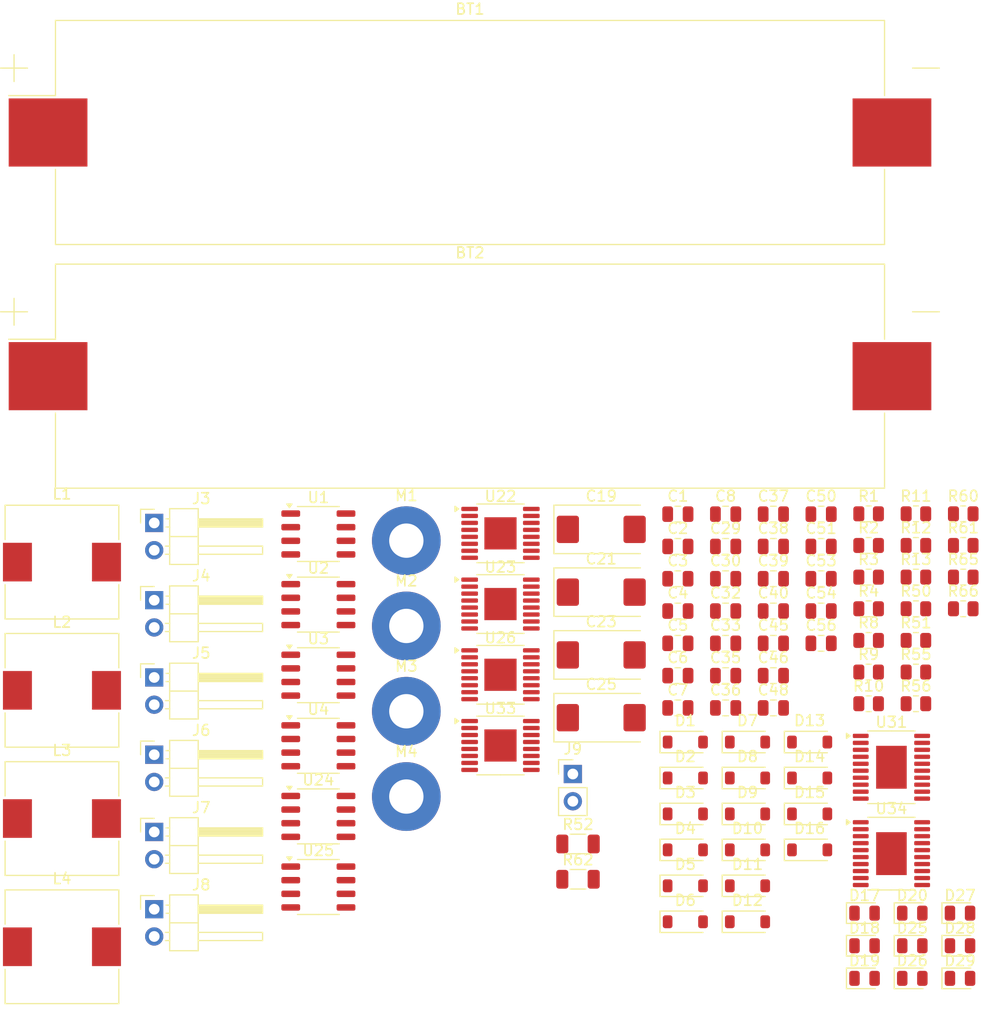
<source format=kicad_pcb>
(kicad_pcb (version 20240108) (generator "pcbnew") (generator_version "8.0")
  (layers (0 "F.Cu" signal) (31 "B.Cu" signal) (34 "B.Paste" user) (35 "F.Paste" user) (36 "B.SilkS" user "B.Silkscreen") (37 "F.SilkS" user "F.Silkscreen") (38 "B.Mask" user) (39 "F.Mask" user) (44 "Edge.Cuts" user))
  (net 0 "")
  (net 1 "+BATT")
  (net 2 "GND")
  (net 3 "+5V")
  (net 4 "PWR_LCL_3")
  (net 5 "PWR_LCL_4")
  (net 6 "PWR_LCL_1")
  (net 7 "PWR_LCL_2")
  (net 8 "Net-(D13-A)")
  (net 9 "CHARGE")
  (net 10 "Net-(U23-EN)")
  (net 11 "/Semi_Regulated_Bus")
  (net 12 "Net-(U31-CR)")
  (net 13 "Net-(U34-CR)")
  (net 14 "Net-(D1-A)")
  (net 15 "Net-(D3-A)")
  (net 16 "Net-(D5-A)")
  (net 17 "Net-(D7-A)")
  (net 18 "Net-(D10-A)")
  (net 19 "Net-(D11-A)")
  (net 20 "Net-(D17-K)")
  (net 21 "Net-(D17-A)")
  (net 22 "Net-(D18-A)")
  (net 23 "Net-(D18-K)")
  (net 24 "Net-(D19-A)")
  (net 25 "Net-(D19-K)")
  (net 26 "Net-(D20-K)")
  (net 27 "Net-(D20-A)")
  (net 28 "Net-(D25-K)")
  (net 29 "Net-(D26-K)")
  (net 30 "Net-(D27-K)")
  (net 31 "Net-(D28-K)")
  (net 32 "Net-(D29-K)")
  (net 33 "S2")
  (net 34 "Net-(L1-Pad1)")
  (net 35 "Net-(L2-Pad1)")
  (net 36 "Net-(L3-Pad1)")
  (net 37 "Net-(L4-Pad1)")
  (net 38 "ENA_LCL_1")
  (net 39 "ENA_LCL_2")
  (net 40 "ENA_LCL_4")
  (net 41 "ENA_LCL_3")
  (net 42 "Net-(U31-APG{slash}THERM)")
  (net 43 "Net-(U31-ISNS)")
  (net 44 "Net-(U34-APG{slash}THERM)")
  (net 45 "Net-(U34-ISNS)")
  (footprint "Diode_SMD:D_SOD-123" (layer "F.Cu") (at 259.9225 135.455)
    (property "Reference" "D7" (at 0 -2 0) (layer "F.SilkS"))
    (property "Value" "D_Schottky")
    (pad "1" smd roundrect (at -1.65 0) (size 0.9 1.2) (layers "F.Cu" "F.Paste" "F.Mask") (net 9 "CHARGE"))
    (pad "2" smd roundrect (at 1.65 0) (size 0.9 1.2) (layers "F.Cu" "F.Paste" "F.Mask") (net 17 "Net-(D7-A)"))
  )
  (footprint "Package_SO:SO-8_3.9x4.9mm_P1.27mm" (layer "F.Cu") (at 219.9225 148.965)
    (property "Reference" "U25" (at 0 -3.4 0) (layer "F.SilkS"))
    (property "Value" "TPS2034")
    (pad "1" smd roundrect (at -2.575 -1.905) (size 1.75 0.6) (layers "F.Cu" "F.Paste" "F.Mask") (net 2 "GND"))
    (pad "2" smd roundrect (at -2.575 -0.635) (size 1.75 0.6) (layers "F.Cu" "F.Paste" "F.Mask") (net 11 "/Semi_Regulated_Bus"))
    (pad "3" smd roundrect (at -2.575 0.635) (size 1.75 0.6) (layers "F.Cu" "F.Paste" "F.Mask") (net 11 "/Semi_Regulated_Bus"))
    (pad "4" smd roundrect (at -2.575 1.905) (size 1.75 0.6) (layers "F.Cu" "F.Paste" "F.Mask") (net 33 "S2"))
    (pad "5" smd roundrect (at 2.575 1.905) (size 1.75 0.6) (layers "F.Cu" "F.Paste" "F.Mask"))
    (pad "6" smd roundrect (at 2.575 0.635) (size 1.75 0.6) (layers "F.Cu" "F.Paste" "F.Mask") (net 10 "Net-(U23-EN)"))
    (pad "7" smd roundrect (at 2.575 -0.635) (size 1.75 0.6) (layers "F.Cu" "F.Paste" "F.Mask") (net 10 "Net-(U23-EN)"))
    (pad "8" smd roundrect (at 2.575 -1.905) (size 1.75 0.6) (layers "F.Cu" "F.Paste" "F.Mask") (net 10 "Net-(U23-EN)"))
  )
  (footprint "Package_SO:HTSSOP-16-1EP_4.4x5mm_P0.65mm_EP3x3mm" (layer "F.Cu") (at 236.8975 122.595)
    (property "Reference" "U23" (at 0 -3.45 0) (layer "F.SilkS"))
    (property "Value" "TPS61032")
    (pad "1" smd roundrect (at -2.875 -2.275) (size 1.55 0.4) (layers "F.Cu" "F.Paste" "F.Mask") (net 35 "Net-(L2-Pad1)"))
    (pad "2" smd roundrect (at -2.875 -1.625) (size 1.55 0.4) (layers "F.Cu" "F.Paste" "F.Mask") (net 35 "Net-(L2-Pad1)"))
    (pad "3" smd roundrect (at -2.875 -0.975) (size 1.55 0.4) (layers "F.Cu" "F.Paste" "F.Mask") (net 2 "GND"))
    (pad "4" smd roundrect (at -2.875 -0.325) (size 1.55 0.4) (layers "F.Cu" "F.Paste" "F.Mask") (net 2 "GND"))
    (pad "5" smd roundrect (at -2.875 0.325) (size 1.55 0.4) (layers "F.Cu" "F.Paste" "F.Mask") (net 2 "GND"))
    (pad "6" smd roundrect (at -2.875 0.975) (size 1.55 0.4) (layers "F.Cu" "F.Paste" "F.Mask") (net 10 "Net-(U23-EN)"))
    (pad "7" smd roundrect (at -2.875 1.625) (size 1.55 0.4) (layers "F.Cu" "F.Paste" "F.Mask") (net 2 "GND"))
    (pad "8" smd roundrect (at -2.875 2.275) (size 1.55 0.4) (layers "F.Cu" "F.Paste" "F.Mask") (net 2 "GND"))
    (pad "9" smd roundrect (at 2.875 2.275) (size 1.55 0.4) (layers "F.Cu" "F.Paste" "F.Mask") (net 10 "Net-(U23-EN)"))
    (pad "10" smd roundrect (at 2.875 1.625) (size 1.55 0.4) (layers "F.Cu" "F.Paste" "F.Mask"))
    (pad "11" smd roundrect (at 2.875 0.975) (size 1.55 0.4) (layers "F.Cu" "F.Paste" "F.Mask") (net 2 "GND"))
    (pad "12" smd roundrect (at 2.875 0.325) (size 1.55 0.4) (layers "F.Cu" "F.Paste" "F.Mask"))
    (pad "13" smd roundrect (at 2.875 -0.325) (size 1.55 0.4) (layers "F.Cu" "F.Paste" "F.Mask") (net 3 "+5V"))
    (pad "14" smd roundrect (at 2.875 -0.975) (size 1.55 0.4) (layers "F.Cu" "F.Paste" "F.Mask") (net 3 "+5V"))
    (pad "15" smd roundrect (at 2.875 -1.625) (size 1.55 0.4) (layers "F.Cu" "F.Paste" "F.Mask") (net 3 "+5V"))
    (pad "16" smd roundrect (at 2.875 -2.275) (size 1.55 0.4) (layers "F.Cu" "F.Paste" "F.Mask"))
    (pad "17" smd rect (at 0 0) (size 3 3) (property pad_prop_heatsink) (layers "F.Cu" "F.Mask") (net 2 "GND"))
  )
  (footprint "Capacitor_SMD:C_0805_2012Metric" (layer "F.Cu") (at 262.3325 132.275)
    (property "Reference" "C48" (at 0 -1.68 0) (layer "F.SilkS"))
    (property "Value" "10uF")
    (pad "1" smd roundrect (at -0.95 0) (size 1 1.45) (layers "F.Cu" "F.Paste" "F.Mask") (net 1 "+BATT"))
    (pad "2" smd roundrect (at 0.95 0) (size 1 1.45) (layers "F.Cu" "F.Paste" "F.Mask") (net 2 "GND"))
  )
  (footprint "Capacitor_Tantalum_SMD:CP_EIA-7343-31_Kemet-D" (layer "F.Cu") (at 246.2875 115.635)
    (property "Reference" "C19" (at 0 -3.1 0) (layer "F.SilkS"))
    (property "Value" "220uF")
    (pad "1" smd roundrect (at -3.1125 0) (size 2.075 2.55) (layers "F.Cu" "F.Paste" "F.Mask") (roundrect_rratio 0.120482) (net 8 "Net-(D13-A)"))
    (pad "2" smd roundrect (at 3.1125 0) (size 2.075 2.55) (layers "F.Cu" "F.Paste" "F.Mask") (roundrect_rratio 0.120482) (net 2 "GND"))
  )
  (footprint "Resistor_SMD:R_0805_2012Metric" (layer "F.Cu") (at 275.6225 125.985)
    (property "Reference" "R51" (at 0 -1.65 0) (layer "F.SilkS"))
    (property "Value" "110k")
    (pad "1" smd roundrect (at -0.9125 0) (size 1.025 1.4) (layers "F.Cu" "F.Paste" "F.Mask") (roundrect_rratio 0.243902) (net 42 "Net-(U31-APG{slash}THERM)"))
    (pad "2" smd roundrect (at 0.9125 0) (size 1.025 1.4) (layers "F.Cu" "F.Paste" "F.Mask") (roundrect_rratio 0.243902) (net 2 "GND"))
  )
  (footprint "MountingHole:MountingHole_3.2mm_M3_Pad" (layer "F.Cu") (at 228.1225 124.635)
    (property "Reference" "M2" (at 0 -4.2 0) (layer "F.SilkS"))
    (property "Value" "MountingHole")
    (pad "1" thru_hole circle (at 0 0) (size 6.4 6.4) (drill 3.2) (layers "*.Cu" "*.Mask"))
  )
  (footprint "Diode_SMD:D_0805_2012Metric" (layer "F.Cu") (at 275.2825 157.48)
    (property "Reference" "D26" (at 0 -1.65 0) (layer "F.SilkS"))
    (property "Value" "LED")
    (pad "1" smd roundrect (at -0.9375 0) (size 0.975 1.4) (layers "F.Cu" "F.Paste" "F.Mask") (net 29 "Net-(D26-K)"))
    (pad "2" smd roundrect (at 0.9375 0) (size 0.975 1.4) (layers "F.Cu" "F.Paste" "F.Mask") (net 6 "PWR_LCL_1"))
  )
  (footprint "Capacitor_SMD:C_0805_2012Metric" (layer "F.Cu") (at 266.7825 114.215)
    (property "Reference" "C50" (at 0 -1.68 0) (layer "F.SilkS"))
    (property "Value" "10uF")
    (pad "1" smd roundrect (at -0.95 0) (size 1 1.45) (layers "F.Cu" "F.Paste" "F.Mask") (net 9 "CHARGE"))
    (pad "2" smd roundrect (at 0.95 0) (size 1 1.45) (layers "F.Cu" "F.Paste" "F.Mask") (net 2 "GND"))
  )
  (footprint "Diode_SMD:D_SOD-123" (layer "F.Cu") (at 259.9225 145.505)
    (property "Reference" "D10" (at 0 -2 0) (layer "F.SilkS"))
    (property "Value" "D_Schottky")
    (pad "1" smd roundrect (at -1.65 0) (size 0.9 1.2) (layers "F.Cu" "F.Paste" "F.Mask") (net 9 "CHARGE"))
    (pad "2" smd roundrect (at 1.65 0) (size 0.9 1.2) (layers "F.Cu" "F.Paste" "F.Mask") (net 18 "Net-(D10-A)"))
  )
  (footprint "Capacitor_SMD:C_0805_2012Metric" (layer "F.Cu") (at 253.4325 114.215)
    (property "Reference" "C1" (at 0 -1.68 0) (layer "F.SilkS"))
    (property "Value" "0.1uF")
    (pad "1" smd roundrect (at -0.95 0) (size 1 1.45) (layers "F.Cu" "F.Paste" "F.Mask") (net 3 "+5V"))
    (pad "2" smd roundrect (at 0.95 0) (size 1 1.45) (layers "F.Cu" "F.Paste" "F.Mask") (net 2 "GND"))
  )
  (footprint "Diode_SMD:D_SOD-123" (layer "F.Cu") (at 254.1275 142.155)
    (property "Reference" "D3" (at 0 -2 0) (layer "F.SilkS"))
    (property "Value" "D_Schottky")
    (pad "1" smd roundrect (at -1.65 0) (size 0.9 1.2) (layers "F.Cu" "F.Paste" "F.Mask") (net 9 "CHARGE"))
    (pad "2" smd roundrect (at 1.65 0) (size 0.9 1.2) (layers "F.Cu" "F.Paste" "F.Mask") (net 15 "Net-(D3-A)"))
  )
  (footprint "Diode_SMD:D_0805_2012Metric" (layer "F.Cu") (at 275.2825 151.4)
    (property "Reference" "D20" (at 0 -1.65 0) (layer "F.SilkS"))
    (property "Value" "LED")
    (pad "1" smd roundrect (at -0.9375 0) (size 0.975 1.4) (layers "F.Cu" "F.Paste" "F.Mask") (net 26 "Net-(D20-K)"))
    (pad "2" smd roundrect (at 0.9375 0) (size 0.975 1.4) (layers "F.Cu" "F.Paste" "F.Mask") (net 27 "Net-(D20-A)"))
  )
  (footprint "Diode_SMD:D_0805_2012Metric" (layer "F.Cu") (at 275.2825 154.44)
    (property "Reference" "D25" (at 0 -1.65 0) (layer "F.SilkS"))
    (property "Value" "LED")
    (pad "1" smd roundrect (at -0.9375 0) (size 0.975 1.4) (layers "F.Cu" "F.Paste" "F.Mask") (net 28 "Net-(D25-K)"))
    (pad "2" smd roundrect (at 0.9375 0) (size 0.975 1.4) (layers "F.Cu" "F.Paste" "F.Mask") (net 3 "+5V"))
  )
  (footprint "Package_SO:HTSSOP-20-1EP_4.4x6.5mm_P0.65mm_EP2.85x4mm" (layer "F.Cu") (at 273.3375 137.805)
    (property "Reference" "U31" (at 0 -4.2 0) (layer "F.SilkS"))
    (property "Value" "bq24002")
    (pad "1" smd roundrect (at -2.8625 -2.925) (size 1.475 0.4) (layers "F.Cu" "F.Paste" "F.Mask"))
    (pad "2" smd roundrect (at -2.8625 -2.275) (size 1.475 0.4) (layers "F.Cu" "F.Paste" "F.Mask") (net 43 "Net-(U31-ISNS)"))
    (pad "3" smd roundrect (at -2.8625 -1.625) (size 1.475 0.4) (layers "F.Cu" "F.Paste" "F.Mask") (net 43 "Net-(U31-ISNS)"))
    (pad "4" smd roundrect (at -2.8625 -0.975) (size 1.475 0.4) (layers "F.Cu" "F.Paste" "F.Mask") (net 8 "Net-(D13-A)"))
    (pad "5" smd roundrect (at -2.8625 -0.325) (size 1.475 0.4) (layers "F.Cu" "F.Paste" "F.Mask") (net 43 "Net-(U31-ISNS)"))
    (pad "6" smd roundrect (at -2.8625 0.325) (size 1.475 0.4) (layers "F.Cu" "F.Paste" "F.Mask"))
    (pad "7" smd roundrect (at -2.8625 0.975) (size 1.475 0.4) (layers "F.Cu" "F.Paste" "F.Mask") (net 42 "Net-(U31-APG{slash}THERM)"))
    (pad "8" smd roundrect (at -2.8625 1.625) (size 1.475 0.4) (layers "F.Cu" "F.Paste" "F.Mask") (net 8 "Net-(D13-A)"))
    (pad "9" smd roundrect (at -2.8625 2.275) (size 1.475 0.4) (layers "F.Cu" "F.Paste" "F.Mask") (net 8 "Net-(D13-A)"))
    (pad "10" smd roundrect (at -2.8625 2.925) (size 1.475 0.4) (layers "F.Cu" "F.Paste" "F.Mask") (net 2 "GND"))
    (pad "11" smd roundrect (at 2.8625 2.925) (size 1.475 0.4) (layers "F.Cu" "F.Paste" "F.Mask"))
    (pad "12" smd roundrect (at 2.8625 2.275) (size 1.475 0.4) (layers "F.Cu" "F.Paste" "F.Mask") (net 12 "Net-(U31-CR)"))
    (pad "13" smd roundrect (at 2.8625 1.625) (size 1.475 0.4) (layers "F.Cu" "F.Paste" "F.Mask") (net 2 "GND"))
    (pad "14" smd roundrect (at 2.8625 0.975) (size 1.475 0.4) (layers "F.Cu" "F.Paste" "F.Mask") (net 23 "Net-(D18-K)"))
    (pad "15" smd roundrect (at 2.8625 0.325) (size 1.475 0.4) (layers "F.Cu" "F.Paste" "F.Mask") (net 20 "Net-(D17-K)"))
    (pad "16" smd roundrect (at 2.8625 -0.325) (size 1.475 0.4) (layers "F.Cu" "F.Paste" "F.Mask") (net 2 "GND"))
    (pad "17" smd roundrect (at 2.8625 -0.975) (size 1.475 0.4) (layers "F.Cu" "F.Paste" "F.Mask") (net 1 "+BATT"))
    (pad "18" smd roundrect (at 2.8625 -1.625) (size 1.475 0.4) (layers "F.Cu" "F.Paste" "F.Mask") (net 1 "+BATT"))
    (pad "19" smd roundrect (at 2.8625 -2.275) (size 1.475 0.4) (layers "F.Cu" "F.Paste" "F.Mask") (net 1 "+BATT"))
    (pad "20" smd roundrect (at 2.8625 -2.925) (size 1.475 0.4) (layers "F.Cu" "F.Paste" "F.Mask"))
    (pad "21" smd rect (at 0 0) (size 2.85 4) (property pad_prop_heatsink) (layers "F.Cu" "F.Mask"))
  )
  (footprint "Diode_SMD:D_0805_2012Metric" (layer "F.Cu") (at 279.7325 151.4)
    (property "Reference" "D27" (at 0 -1.65 0) (layer "F.SilkS"))
    (property "Value" "LED")
    (pad "1" smd roundrect (at -0.9375 0) (size 0.975 1.4) (layers "F.Cu" "F.Paste" "F.Mask") (net 30 "Net-(D27-K)"))
    (pad "2" smd roundrect (at 0.9375 0) (size 0.975 1.4) (layers "F.Cu" "F.Paste" "F.Mask") (net 7 "PWR_LCL_2"))
  )
  (footprint "Capacitor_SMD:C_0805_2012Metric" (layer "F.Cu") (at 262.3325 120.235)
    (property "Reference" "C39" (at 0 -1.68 0) (layer "F.SilkS"))
    (property "Value" "10uF")
    (pad "1" smd roundrect (at -0.95 0) (size 1 1.45) (layers "F.Cu" "F.Paste" "F.Mask") (net 10 "Net-(U23-EN)"))
    (pad "2" smd roundrect (at 0.95 0) (size 1 1.45) (layers "F.Cu" "F.Paste" "F.Mask") (net 2 "GND"))
  )
  (footprint "Connector_PinHeader_2.54mm:PinHeader_1x02_P2.54mm_Vertical" (layer "F.Cu") (at 243.6425 138.435)
    (property "Reference" "J9" (at 0 -2.33 0) (layer "F.SilkS"))
    (property "Value" "Conn_01x02")
    (pad "1" thru_hole rect (at 0 0) (size 1.7 1.7) (drill 1) (layers "*.Cu" "*.Mask") (net 33 "S2"))
    (pad "2" thru_hole oval (at 0 2.54) (size 1.7 1.7) (drill 1) (layers "*.Cu" "*.Mask") (net 2 "GND"))
  )
  (footprint "Resistor_SMD:R_0805_2012Metric" (layer "F.Cu") (at 275.6225 120.085)
    (property "Reference" "R13" (at 0 -1.65 0) (layer "F.SilkS"))
    (property "Value" "1.5k")
    (pad "1" smd roundrect (at -0.9125 0) (size 1.025 1.4) (layers "F.Cu" "F.Paste" "F.Mask") (roundrect_rratio 0.243902) (net 32 "Net-(D29-K)"))
    (pad "2" smd roundrect (at 0.9125 0) (size 1.025 1.4) (layers "F.Cu" "F.Paste" "F.Mask") (roundrect_rratio 0.243902) (net 2 "GND"))
  )
  (footprint "Diode_SMD:D_SOD-123" (layer "F.Cu") (at 259.9225 142.155)
    (property "Reference" "D9" (at 0 -2 0) (layer "F.SilkS"))
    (property "Value" "D_Schottky")
    (pad "1" smd roundrect (at -1.65 0) (size 0.9 1.2) (layers "F.Cu" "F.Paste" "F.Mask") (net 9 "CHARGE"))
    (pad "2" smd roundrect (at 1.65 0) (size 0.9 1.2) (layers "F.Cu" "F.Paste" "F.Mask") (net 18 "Net-(D10-A)"))
  )
  (footprint "Resistor_SMD:R_0805_2012Metric" (layer "F.Cu") (at 280.0325 114.185)
    (property "Reference" "R60" (at 0 -1.65 0) (layer "F.SilkS"))
    (property "Value" "309k")
    (pad "1" smd roundrect (at -0.9125 0) (size 1.025 1.4) (layers "F.Cu" "F.Paste" "F.Mask") (roundrect_rratio 0.243902) (net 8 "Net-(D13-A)"))
    (pad "2" smd roundrect (at 0.9125 0) (size 1.025 1.4) (layers "F.Cu" "F.Paste" "F.Mask") (roundrect_rratio 0.243902) (net 44 "Net-(U34-APG{slash}THERM)"))
  )
  (footprint "Resistor_SMD:R_0805_2012Metric" (layer "F.Cu") (at 275.6225 123.035)
    (property "Reference" "R50" (at 0 -1.65 0) (layer "F.SilkS"))
    (property "Value" "309k")
    (pad "1" smd roundrect (at -0.9125 0) (size 1.025 1.4) (layers "F.Cu" "F.Paste" "F.Mask") (roundrect_rratio 0.243902) (net 8 "Net-(D13-A)"))
    (pad "2" smd roundrect (at 0.9125 0) (size 1.025 1.4) (layers "F.Cu" "F.Paste" "F.Mask") (roundrect_rratio 0.243902) (net 42 "Net-(U31-APG{slash}THERM)"))
  )
  (footprint "Resistor_SMD:R_0805_2012Metric" (layer "F.Cu") (at 275.6225 131.885)
    (property "Reference" "R56" (at 0 -1.65 0) (layer "F.SilkS"))
    (property "Value" "1.5k")
    (pad "1" smd roundrect (at -0.9125 0) (size 1.025 1.4) (layers "F.Cu" "F.Paste" "F.Mask") (roundrect_rratio 0.243902) (net 8 "Net-(D13-A)"))
    (pad "2" smd roundrect (at 0.9125 0) (size 1.025 1.4) (layers "F.Cu" "F.Paste" "F.Mask") (roundrect_rratio 0.243902) (net 22 "Net-(D18-A)"))
  )
  (footprint "Package_SO:HTSSOP-16-1EP_4.4x5mm_P0.65mm_EP3x3mm" (layer "F.Cu") (at 236.8975 116.005)
    (property "Reference" "U22" (at 0 -3.45 0) (layer "F.SilkS"))
    (property "Value" "TPS61032")
    (pad "1" smd roundrect (at -2.875 -2.275) (size 1.55 0.4) (layers "F.Cu" "F.Paste" "F.Mask") (net 34 "Net-(L1-Pad1)"))
    (pad "2" smd roundrect (at -2.875 -1.625) (size 1.55 0.4) (layers "F.Cu" "F.Paste" "F.Mask") (net 34 "Net-(L1-Pad1)"))
    (pad "3" smd roundrect (at -2.875 -0.975) (size 1.55 0.4) (layers "F.Cu" "F.Paste" "F.Mask") (net 2 "GND"))
    (pad "4" smd roundrect (at -2.875 -0.325) (size 1.55 0.4) (layers "F.Cu" "F.Paste" "F.Mask") (net 2 "GND"))
    (pad "5" smd roundrect (at -2.875 0.325) (size 1.55 0.4) (layers "F.Cu" "F.Paste" "F.Mask") (net 2 "GND"))
    (pad "6" smd roundrect (at -2.875 0.975) (size 1.55 0.4) (layers "F.Cu" "F.Paste" "F.Mask") (net 9 "CHARGE"))
    (pad "7" smd roundrect (at -2.875 1.625) (size 1.55 0.4) (layers "F.Cu" "F.Paste" "F.Mask") (net 2 "GND"))
    (pad "8" smd roundrect (at -2.875 2.275) (size 1.55 0.4) (layers "F.Cu" "F.Paste" "F.Mask") (net 2 "GND"))
    (pad "9" smd roundrect (at 2.875 2.275) (size 1.55 0.4) (layers "F.Cu" "F.Paste" "F.Mask") (net 9 "CHARGE"))
    (pad "10" smd roundrect (at 2.875 1.625) (size 1.55 0.4) (layers "F.Cu" "F.Paste" "F.Mask"))
    (pad "11" smd roundrect (at 2.875 0.975) (size 1.55 0.4) (layers "F.Cu" "F.Paste" "F.Mask") (net 2 "GND"))
    (pad "12" smd roundrect (at 2.875 0.325) (size 1.55 0.4) (layers "F.Cu" "F.Paste" "F.Mask"))
    (pad "13" smd roundrect (at 2.875 -0.325) (size 1.55 0.4) (layers "F.Cu" "F.Paste" "F.Mask") (net 8 "Net-(D13-A)"))
    (pad "14" smd roundrect (at 2.875 -0.975) (size 1.55 0.4) (layers "F.Cu" "F.Paste" "F.Mask") (net 8 "Net-(D13-A)"))
    (pad "15" smd roundrect (at 2.875 -1.625) (size 1.55 0.4) (layers "F.Cu" "F.Paste" "F.Mask") (net 8 "Net-(D13-A)"))
    (pad "16" smd roundrect (at 2.875 -2.275) (size 1.55 0.4) (layers "F.Cu" "F.Paste" "F.Mask"))
    (pad "17" smd rect (at 0 0) (size 3 3) (property pad_prop_heatsink) (layers "F.Cu" "F.Mask") (net 2 "GND"))
  )
  (footprint "MountingHole:MountingHole_3.2mm_M3_Pad" (layer "F.Cu") (at 228.1225 132.585)
    (property "Reference" "M3" (at 0 -4.2 0) (layer "F.SilkS"))
    (property "Value" "MountingHole")
    (pad "1" thru_hole circle (at 0 0) (size 6.4 6.4) (drill 3.2) (layers "*.Cu" "*.Mask"))
  )
  (footprint "Resistor_SMD:R_1206_3216Metric" (layer "F.Cu") (at 244.1225 148.245)
    (property "Reference" "R62" (at 0 -1.82 0) (layer "F.SilkS"))
    (property "Value" "0.1")
    (pad "1" smd roundrect (at -1.4625 0) (size 1.125 1.75) (layers "F.Cu" "F.Paste" "F.Mask") (roundrect_rratio 0.222222) (net 45 "Net-(U34-ISNS)"))
    (pad "2" smd roundrect (at 1.4625 0) (size 1.125 1.75) (layers "F.Cu" "F.Paste" "F.Mask") (roundrect_rratio 0.222222) (net 8 "Net-(D13-A)"))
  )
  (footprint "Resistor_SMD:R_0805_2012Metric" (layer "F.Cu") (at 280.0325 117.135)
    (property "Reference" "R61" (at 0 -1.65 0) (layer "F.SilkS"))
    (property "Value" "110k")
    (pad "1" smd roundrect (at -0.9125 0) (size 1.025 1.4) (layers "F.Cu" "F.Paste" "F.Mask") (roundrect_rratio 0.243902) (net 44 "Net-(U34-APG{slash}THERM)"))
    (pad "2" smd roundrect (at 0.9125 0) (size 1.025 1.4) (layers "F.Cu" "F.Paste" "F.Mask") (roundrect_rratio 0.243902) (net 2 "GND"))
  )
  (footprint "Capacitor_Tantalum_SMD:CP_EIA-7343-31_Kemet-D" (layer "F.Cu") (at 246.2875 127.335)
    (property "Reference" "C23" (at 0 -3.1 0) (layer "F.SilkS"))
    (property "Value" "220uF")
    (pad "1" smd roundrect (at -3.1125 0) (size 2.075 2.55) (layers "F.Cu" "F.Paste" "F.Mask") (roundrect_rratio 0.120482) (net 3 "+5V"))
    (pad "2" smd roundrect (at 3.1125 0) (size 2.075 2.55) (layers "F.Cu" "F.Paste" "F.Mask") (roundrect_rratio 0.120482) (net 2 "GND"))
  )
  (footprint "Capacitor_SMD:C_0805_2012Metric" (layer "F.Cu") (at 253.4325 126.255)
    (property "Reference" "C5" (at 0 -1.68 0) (layer "F.SilkS"))
    (property "Value" "0.1uF")
    (pad "1" smd roundrect (at -0.95 0) (size 1 1.45) (layers "F.Cu" "F.Paste" "F.Mask") (net 3 "+5V"))
    (pad "2" smd roundrect (at 0.95 0) (size 1 1.45) (layers "F.Cu" "F.Paste" "F.Mask") (net 2 "GND"))
  )
  (footprint "Capacitor_SMD:C_0805_2012Metric" (layer "F.Cu") (at 266.7825 123.245)
    (property "Reference" "C54" (at 0 -1.68 0) (layer "F.SilkS"))
    (property "Value" "0.22uF")
    (pad "1" smd roundrect (at -0.95 0) (size 1 1.45) (layers "F.Cu" "F.Paste" "F.Mask") (net 13 "Net-(U34-CR)"))
    (pad "2" smd roundrect (at 0.95 0) (size 1 1.45) (layers "F.Cu" "F.Paste" "F.Mask") (net 2 "GND"))
  )
  (footprint "Diode_SMD:D_0805_2012Metric" (layer "F.Cu") (at 270.8325 157.48)
    (property "Reference" "D19" (at 0 -1.65 0) (layer "F.SilkS"))
    (property "Value" "LED")
    (pad "1" smd roundrect (at -0.9375 0) (size 0.975 1.4) (layers "F.Cu" "F.Paste" "F.Mask") (net 25 "Net-(D19-K)"))
    (pad "2" smd roundrect (at 0.9375 0) (size 0.975 1.4) (layers "F.Cu" "F.Paste" "F.Mask") (net 24 "Net-(D19-A)"))
  )
  (footprint "Resistor_SMD:R_0805_2012Metric" (layer "F.Cu") (at 280.0325 123.035)
    (property "Reference" "R66" (at 0 -1.65 0) (layer "F.SilkS"))
    (property "Value" "1.5k")
    (pad "1" smd roundrect (at -0.9125 0) (size 1.025 1.4) (layers "F.Cu" "F.Paste" "F.Mask") (roundrect_rratio 0.243902) (net 8 "Net-(D13-A)"))
    (pad "2" smd roundrect (at 0.9125 0) (size 1.025 1.4) (layers "F.Cu" "F.Paste" "F.Mask") (roundrect_rratio 0.243902) (net 27 "Net-(D20-A)"))
  )
  (footprint "Diode_SMD:D_SOD-123" (layer "F.Cu") (at 254.1275 138.805)
    (property "Reference" "D2" (at 0 -2 0) (layer "F.SilkS"))
    (property "Value" "D_Schottky")
    (pad "1" smd roundrect (at -1.65 0) (size 0.9 1.2) (layers "F.Cu" "F.Paste" "F.Mask") (net 9 "CHARGE"))
    (pad "2" smd roundrect (at 1.65 0) (size 0.9 1.2) (layers "F.Cu" "F.Paste" "F.Mask") (net 14 "Net-(D1-A)"))
  )
  (footprint "Diode_SMD:D_0805_2012Metric" (layer "F.Cu") (at 279.7325 157.48)
    (property "Reference" "D29" (at 0 -1.65 0) (layer "F.SilkS"))
    (property "Value" "LED")
    (pad "1" smd roundrect (at -0.9375 0) (size 0.975 1.4) (layers "F.Cu" "F.Paste" "F.Mask") (net 32 "Net-(D29-K)"))
    (pad "2" smd roundrect (at 0.9375 0) (size 0.975 1.4) (layers "F.Cu" "F.Paste" "F.Mask") (net 5 "PWR_LCL_4"))
  )
  (footprint "Resistor_SMD:R_0805_2012Metric" (layer "F.Cu") (at 271.2125 114.185)
    (property "Reference" "R1" (at 0 -1.65 0) (layer "F.SilkS"))
    (property "Value" "1M")
    (pad "1" smd roundrect (at -0.9125 0) (size 1.025 1.4) (layers "F.Cu" "F.Paste" "F.Mask") (roundrect_rratio 0.243902) (net 38 "ENA_LCL_1"))
    (pad "2" smd roundrect (at 0.9125 0) (size 1.025 1.4) (layers "F.Cu" "F.Paste" "F.Mask") (roundrect_rratio 0.243902) (net 2 "GND"))
  )
  (footprint "Diode_SMD:D_0805_2012Metric" (layer "F.Cu") (at 270.8325 151.4)
    (property "Reference" "D17" (at 0 -1.65 0) (layer "F.SilkS"))
    (property "Value" "LED")
    (pad "1" smd roundrect (at -0.9375 0) (size 0.975 1.4) (layers "F.Cu" "F.Paste" "F.Mask") (net 20 "Net-(D17-K)"))
    (pad "2" smd roundrect (at 0.9375 0) (size 0.975 1.4) (layers "F.Cu" "F.Paste" "F.Mask") (net 21 "Net-(D17-A)"))
  )
  (footprint "MountingHole:MountingHole_3.2mm_M3_Pad" (layer "F.Cu") (at 228.1225 140.535)
    (property "Reference" "M4" (at 0 -4.2 0) (layer "F.SilkS"))
    (property "Value" "MountingHole")
    (pad "1" thru_hole circle (at 0 0) (size 6.4 6.4) (drill 3.2) (layers "*.Cu" "*.Mask"))
  )
  (footprint "Inductor_SMD:L_10.4x10.4_H4.8" (layer "F.Cu") (at 196.0225 118.685)
    (property "Reference" "L1" (at 0 -6.35 0) (layer "F.SilkS"))
    (property "Value" "6.8uH")
    (pad "1" smd rect (at -4.15 0) (size 2.7 3.6) (layers "F.Cu" "F.Paste" "F.Mask") (net 34 "Net-(L1-Pad1)"))
    (pad "2" smd rect (at 4.15 0) (size 2.7 3.6) (layers "F.Cu" "F.Paste" "F.Mask") (net 9 "CHARGE"))
  )
  (footprint "Resistor_SMD:R_1206_3216Metric" (layer "F.Cu") (at 244.1225 144.955)
    (property "Reference" "R52" (at 0 -1.82 0) (layer "F.SilkS"))
    (property "Value" "0.1")
    (pad "1" smd roundrect (at -1.4625 0) (size 1.125 1.75) (layers "F.Cu" "F.Paste" "F.Mask") (roundrect_rratio 0.222222) (net 43 "Net-(U31-ISNS)"))
    (pad "2" smd roundrect (at 1.4625 0) (size 1.125 1.75) (layers "F.Cu" "F.Paste" "F.Mask") (roundrect_rratio 0.222222) (net 8 "Net-(D13-A)"))
  )
  (footprint "Package_SO:SO-8_3.9x4.9mm_P1.27mm" (layer "F.Cu") (at 219.9225 135.805)
    (property "Reference" "U4" (at 0 -3.4 0) (layer "F.SilkS"))
    (property "Value" "TPS2034")
    (pad "1" smd roundrect (at -2.575 -1.905) (size 1.75 0.6) (layers "F.Cu" "F.Paste" "F.Mask") (net 2 "GND"))
    (pad "2" smd roundrect (at -2.575 -0.635) (size 1.75 0.6) (layers "F.Cu" "F.Paste" "F.Mask") (net 3 "+5V"))
    (pad "3" smd roundrect (at -2.575 0.635) (size 1.75 0.6) (layers "F.Cu" "F.Paste" "F.Mask") (net 3 "+5V"))
    (pad "4" smd roundrect (at -2.575 1.905) (size 1.75 0.6) (layers "F.Cu" "F.Paste" "F.Mask") (net 39 "ENA_LCL_2"))
    (pad "5" smd roundrect (at 2.575 1.905) (size 1.75 0.6) (layers "F.Cu" "F.Paste" "F.Mask"))
    (pad "6" smd roundrect (at 2.575 0.635) (size 1.75 0.6) (layers "F.Cu" "F.Paste" "F.Mask") (net 7 "PWR_LCL_2"))
    (pad "7" smd roundrect (at 2.575 -0.635) (size 1.75 0.6) (layers "F.Cu" "F.Paste" "F.Mask") (net 7 "PWR_LCL_2"))
    (pad "8" smd roundrect (at 2.575 -1.905) (size 1.75 0.6) (layers "F.Cu" "F.Paste" "F.Mask") (net 7 "PWR_LCL_2"))
  )
  (footprint "Connector_PinHeader_2.54mm:PinHeader_1x02_P2.54mm_Horizontal" (layer "F.Cu") (at 204.6225 129.435)
    (property "Reference" "J5" (at 4.385 -2.27 0) (layer "F.SilkS"))
    (property "Value" "Conn_01x02")
    (pad "1" thru_hole rect (at 0 0) (size 1.7 1.7) (drill 1) (layers "*.Cu" "*.Mask") (net 16 "Net-(D5-A)"))
    (pad "2" thru_hole oval (at 0 2.54) (size 1.7 1.7) (drill 1) (layers "*.Cu" "*.Mask") (net 2 "GND"))
  )
  (footprint "Capacitor_SMD:C_0805_2012Metric" (layer "F.Cu") (at 266.7825 120.235)
    (property "Reference" "C53" (at 0 -1.68 0) (layer "F.SilkS"))
    (property "Value" "10uF")
    (pad "1" smd roundrect (at -0.95 0) (size 1 1.45) (layers "F.Cu" "F.Paste" "F.Mask") (net 8 "Net-(D13-A)"))
    (pad "2" smd roundrect (at 0.95 0) (size 1 1.45) (layers "F.Cu" "F.Paste" "F.Mask") (net 2 "GND"))
  )
  (footprint "Capacitor_SMD:C_0805_2012Metric" (layer "F.Cu") (at 262.3325 114.215)
    (property "Reference" "C37" (at 0 -1.68 0) (layer "F.SilkS"))
    (property "Value" "0.1uF")
    (pad "1" smd roundrect (at -0.95 0) (size 1 1.45) (layers "F.Cu" "F.Paste" "F.Mask") (net 11 "/Semi_Regulated_Bus"))
    (pad "2" smd roundrect (at 0.95 0) (size 1 1.45) (layers "F.Cu" "F.Paste" "F.Mask") (net 2 "GND"))
  )
  (footprint "MountingHole:MountingHole_3.2mm_M3_Pad" (layer "F.Cu") (at 228.1225 116.685)
    (property "Reference" "M1" (at 0 -4.2 0) (layer "F.SilkS"))
    (property "Value" "MountingHole")
    (pad "1" thru_hole circle (at 0 0) (size 6.4 6.4) (drill 3.2) (layers "*.Cu" "*.Mask"))
  )
  (footprint "Connector_PinHeader_2.54mm:PinHeader_1x02_P2.54mm_Horizontal" (layer "F.Cu") (at 204.6225 122.235)
    (property "Reference" "J4" (at 4.385 -2.27 0) (layer "F.SilkS"))
    (property "Value" "Conn_01x02")
    (pad "1" thru_hole rect (at 0 0) (size 1.7 1.7) (drill 1) (layers "*.Cu" "*.Mask") (net 15 "Net-(D3-A)"))
    (pad "2" thru_hole oval (at 0 2.54) (size 1.7 1.7) (drill 1) (layers "*.Cu" "*.Mask") (net 2 "GND"))
  )
  (footprint "Capacitor_SMD:C_0805_2012Metric" (layer "F.Cu") (at 262.3325 117.225)
    (property "Reference" "C38" (at 0 -1.68 0) (layer "F.SilkS"))
    (property "Value" "0.1uF")
    (pad "1" smd roundrect (at -0.95 0) (size 1 1.45) (layers "F.Cu" "F.Paste" "F.Mask") (net 10 "Net-(U23-EN)"))
    (pad "2" smd roundrect (at 0.95 0) (size 1 1.45) (layers "F.Cu" "F.Paste" "F.Mask") (net 2 "GND"))
  )
  (footprint "Capacitor_SMD:C_0805_2012Metric" (layer "F.Cu") (at 257.8825 123.245)
    (property "Reference" "C32" (at 0 -1.68 0) (layer "F.SilkS"))
    (property "Value" "10uF")
    (pad "1" smd roundrect (at -0.95 0) (size 1 1.45) (layers "F.Cu" "F.Paste" "F.Mask") (net 10 "Net-(U23-EN)"))
    (pad "2" smd roundrect (at 0.95 0) (size 1 1.45) (layers "F.Cu" "F.Paste" "F.Mask") (net 2 "GND"))
  )
  (footprint "Diode_SMD:D_0805_2012Metric" (layer "F.Cu") (at 279.7325 154.44)
    (property "Reference" "D28" (at 0 -1.65 0) (layer "F.SilkS"))
    (property "Value" "LED")
    (pad "1" smd roundrect (at -0.9375 0) (size 0.975 1.4) (layers "F.Cu" "F.Paste" "F.Mask") (net 31 "Net-(D28-K)"))
    (pad "2" smd roundrect (at 0.9375 0) (size 0.975 1.4) (layers "F.Cu" "F.Paste" "F.Mask") (net 4 "PWR_LCL_3"))
  )
  (footprint "Capacitor_SMD:C_0805_2012Metric" (layer "F.Cu") (at 257.8825 117.225)
    (property "Reference" "C29" (at 0 -1.68 0) (layer "F.SilkS"))
    (property "Value" "10uF")
    (pad "1" smd roundrect (at -0.95 0) (size 1 1.45) (layers "F.Cu" "F.Paste" "F.Mask") (net 9 "CHARGE"))
    (pad "2" smd roundrect (at 0.95 0) (size 1 1.45) (layers "F.Cu" "F.Paste" "F.Mask") (net 2 "GND"))
  )
  (footprint "Capacitor_SMD:C_0805_2012Metric" (layer "F.Cu") (at 257.8825 129.265)
    (property "Reference" "C35" (at 0 -1.68 0) (layer "F.SilkS"))
    (property "Value" "0.1uF")
    (pad "1" smd roundrect (at -0.95 0) (size 1 1.45) (layers "F.Cu" "F.Paste" "F.Mask") (net 11 "/Semi_Regulated_Bus"))
    (pad "2" smd roundrect (at 0.95 0) (size 1 1.45) (layers "F.Cu" "F.Paste" "F.Mask") (net 2 "GND"))
  )
  (footprint "Resistor_SMD:R_0805_2012Metric" (layer "F.Cu") (at 271.2125 125.985)
    (property "Reference" "R8" (at 0 -1.65 0) (layer "F.SilkS"))
    (property "Value" "1M")
    (pad "1" smd roundrect (at -0.9125 0) (size 1.025 1.4) (layers "F.Cu" "F.Paste" "F.Mask") (roundrect_rratio 0.243902) (net 41 "ENA_LCL_3"))
    (pad "2" smd roundrect (at 0.9125 0) (size 1.025 1.4) (layers "F.Cu" "F.Paste" "F.Mask") (roundrect_rratio 0.243902) (net 2 "GND"))
  )
  (footprint "Resistor_SMD:R_0805_2012Metric" (layer "F.Cu") (at 280.0325 120.085)
    (property "Reference" "R65" (at 0 -1.65 0) (layer "F.SilkS"))
    (property "Value" "1.5k")
    (pad "1" smd roundrect (at -0.9125 0) (size 1.025 1.4) (layers "F.Cu" "F.Paste" "F.Mask") (roundrect_rratio 0.243902) (net 8 "Net-(D13-A)"))
    (pad "2" smd roundrect (at 0.9125 0) (size 1.025 1.4) (layers "F.Cu" "F.Paste" "F.Mask") (roundrect_rratio 0.243902) (net 24 "Net-(D19-A)"))
  )
  (footprint "Diode_SMD:D_SOD-123" (layer "F.Cu") (at 259.9225 148.855)
    (property "Reference" "D11" (at 0 -2 0) (layer "F.SilkS"))
    (property "Value" "D_Schottky")
    (pad "1" smd roundrect (at -1.65 0) (size 0.9 1.2) (layers "F.Cu" "F.Paste" "F.Mask") (net 9 "CHARGE"))
    (pad "2" smd roundrect (at 1.65 0) (size 0.9 1.2) (layers "F.Cu" "F.Paste" "F.Mask") (net 19 "Net-(D11-A)"))
  )
  (footprint "Capacitor_SMD:C_0805_2012Metric" (layer "F.Cu") (at 266.7825 117.225)
    (property "Reference" "C51" (at 0 -1.68 0) (layer "F.SilkS"))
    (property "Value" "2.2uF")
    (pad "1" smd roundrect (at -0.95 0) (size 1 1.45) (layers "F.Cu" "F.Paste" "F.Mask") (net 8 "Net-(D13-A)"))
    (pad "2" smd roundrect (at 0.95 0) (size 1 1.45) (layers "F.Cu" "F.Paste" "F.Mask") (net 2 "GND"))
  )
  (footprint "Capacitor_SMD:C_0805_2012Metric" (layer "F.Cu") (at 253.4325 120.235)
    (property "Reference" "C3" (at 0 -1.68 0) (layer "F.SilkS"))
    (property "Value" "0.1uF")
    (pad "1" smd roundrect (at -0.95 0) (size 1 1.45) (layers "F.Cu" "F.Paste" "F.Mask") (net 3 "+5V"))
    (pad "2" smd roundrect (at 0.95 0) (size 1 1.45) (layers "F.Cu" "F.Paste" "F.Mask") (net 2 "GND"))
  )
  (footprint "Package_SO:SO-8_3.9x4.9mm_P1.27mm" (layer "F.Cu") (at 219.9225 142.385)
    (property "Reference" "U24" (at 0 -3.4 0) (layer "F.SilkS"))
    (property "Value" "TPS2034")
    (pad "1" smd roundrect (at -2.575 -1.905) (size 1.75 0.6) (layers "F.Cu" "F.Paste" "F.Mask") (net 2 "GND"))
    (pad "2" smd roundrect (at -2.575 -0.635) (size 1.75 0.6) (layers "F.Cu" "F.Paste" "F.Mask") (net 11 "/Semi_Regulated_Bus"))
    (pad "3" smd roundrect (at -2.575 0.635) (size 1.75 0.6) (layers "F.Cu" "F.Paste" "F.Mask") (net 11 "/Semi_Regulated_Bus"))
    (pad "4" smd roundrect (at -2.575 1.905) (size 1.75 0.6) (layers "F.Cu" "F.Paste" "F.Mask") (net 33 "S2"))
    (pad "5" smd roundrect (at 2.575 1.905) (size 1.75 0.6) (layers "F.Cu" "F.Paste" "F.Mask"))
    (pad "6" smd roundrect (at 2.575 0.635) (size 1.75 0.6) (layers "F.Cu" "F.Paste" "F.Mask") (net 10 "Net-(U23-EN)"))
    (pad "7" smd roundrect (at 2.575 -0.635) (size 1.75 0.6) (layers "F.Cu" "F.Paste" "F.Mask") (net 10 "Net-(U23-EN)"))
    (pad "8" smd roundrect (at 2.575 -1.905) (size 1.75 0.6) (layers "F.Cu" "F.Paste" "F.Mask") (net 10 "Net-(U23-EN)"))
  )
  (footprint "Connector_PinHeader_2.54mm:PinHeader_1x02_P2.54mm_Horizontal" (layer "F.Cu") (at 204.6225 136.635)
    (property "Reference" "J6" (at 4.385 -2.27 0) (layer "F.SilkS"))
    (property "Value" "Conn_01x02")
    (pad "1" thru_hole rect (at 0 0) (size 1.7 1.7) (drill 1) (layers "*.Cu" "*.Mask") (net 17 "Net-(D7-A)"))
    (pad "2" thru_hole oval (at 0 2.54) (size 1.7 1.7) (drill 1) (layers "*.Cu" "*.Mask") (net 2 "GND"))
  )
  (footprint "Resistor_SMD:R_0805_2012Metric" (layer "F.Cu") (at 275.6225 128.935)
    (property "Reference" "R55" (at 0 -1.65 0) (layer "F.SilkS"))
    (property "Value" "1.5k")
    (pad "1" smd roundrect (at -0.9125 0) (size 1.025 1.4) (layers "F.Cu" "F.Paste" "F.Mask") (roundrect_rratio 0.243902) (net 8 "Net-(D13-A)"))
    (pad "2" smd roundrect (at 0.9125 0) (size 1.025 1.4) (layers "F.Cu" "F.Paste" "F.Mask") (roundrect_rratio 0.243902) (net 21 "Net-(D17-A)"))
  )
  (footprint "Diode_SMD:D_0805_2012Metric" (layer "F.Cu") (at 270.8325 154.44)
    (property "Reference" "D18" (at 0 -1.65 0) (layer "F.SilkS"))
    (property "Value" "LED")
    (pad "1" smd roundrect (at -0.9375 0) (size 0.975 1.4) (layers "F.Cu" "F.Paste" "F.Mask") (net 23 "Net-(D18-K)"))
    (pad "2" smd roundrect (at 0.9375 0) (size 0.975 1.4) (layers "F.Cu" "F.Paste" "F.Mask") (net 22 "Net-(D18-A)"))
  )
  (footprint "Package_SO:SO-8_3.9x4.9mm_P1.27mm" (layer "F.Cu") (at 219.9225 116.065)
    (property "Reference" "U1" (at 0 -3.4 0) (layer "F.SilkS"))
    (property "Value" "TPS2034")
    (pad "1" smd roundrect (at -2.575 -1.905) (size 1.75 0.6) (layers "F.Cu" "F.Paste" "F.Mask") (net 2 "GND"))
    (pad "2" smd roundrect (at -2.575 -0.635) (size 1.75 0.6) (layers "F.Cu" "F.Paste" "F.Mask") (net 3 "+5V"))
    (pad "3" smd roundrect (at -2.575 0.635) (size 1.75 0.6) (layers "F.Cu" "F.Paste" "F.Mask") (net 3 "+5V"))
    (pad "4" smd roundrect (at -2.575 1.905) (size 1.75 0.6) (layers "F.Cu" "F.Paste" "F.Mask") (net 41 "ENA_LCL_3"))
    (pad "5" smd roundrect (at 2.575 1.905) (size 1.75 0.6) (layers "F.Cu" "F.Paste" "F.Mask"))
    (pad "6" smd roundrect (at 2.575 0.635) (size 1.75 0.6) (layers "F.Cu" "F.Paste" "F.Mask") (net 4 "PWR_LCL_3"))
    (pad "7" smd roundrect (at 2.575 -0.635) (size 1.75 0.6) (layers "F.Cu" "F.Paste" "F.Mask") (net 4 "PWR_LCL_3"))
    (pad "8" smd roundrect (at 2.575 -1.905) (size 1.75 0.6) (layers "F.Cu" "F.Paste" "F.Mask") (net 4 "PWR_LCL_3"))
  )
  (footprint "Resistor_SMD:R_0805_2012Metric" (layer "F.Cu") (at 275.6225 117.135)
    (property "Reference" "R12" (at 0 -1.65 0) (layer "F.SilkS"))
    (property "Value" "1.5k")
    (pad "1" smd roundrect (at -0.9125 0) (size 1.025 1.4) (layers "F.Cu" "F.Paste" "F.Mask") (roundrect_rratio 0.243902) (net 31 "Net-(D28-K)"))
    (pad "2" smd roundrect (at 0.9125 0) (size 1.025 1.4) (layers "F.Cu" "F.Paste" "F.Mask") (roundrect_rratio 0.243902) (net 2 "GND"))
  )
  (footprint "Capacitor_SMD:C_0805_2012Metric" (layer "F.Cu") (at 257.8825 126.255)
    (property "Reference" "C33" (at 0 -1.68 0) (layer "F.SilkS"))
    (property "Value" "2.2uF")
    (pad "1" smd roundrect (at -0.95 0) (size 1 1.45) (layers "F.Cu" "F.Paste" "F.Mask") (net 3 "+5V"))
    (pad "2" smd roundrect (at 0.95 0) (size 1 1.45) (layers "F.Cu" "F.Paste" "F.Mask") (net 2 "GND"))
  )
  (footprint "Inductor_SMD:L_10.4x10.4_H4.8" (layer "F.Cu") (at 196.0225 130.635)
    (property "Reference" "L2" (at 0 -6.35 0) (layer "F.SilkS"))
    (property "Value" "6.8uH")
    (pad "1" smd rect (at -4.15 0) (size 2.7 3.6) (layers "F.Cu" "F.Paste" "F.Mask") (net 35 "Net-(L2-Pad1)"))
    (pad "2" smd rect (at 4.15 0) (size 2.7 3.6) (layers "F.Cu" "F.Paste" "F.Mask") (net 10 "Net-(U23-EN)"))
  )
  (footprint "Resistor_SMD:R_0805_2012Metric" (layer "F.Cu") (at 271.2125 131.885)
    (property "Reference" "R10" (at 0 -1.65 0) (layer "F.SilkS"))
    (property "Value" "1.5k")
    (pad "1" smd roundrect (at -0.9125 0) (size 1.025 1.4) (layers "F.Cu" "F.Paste" "F.Mask") (roundrect_rratio 0.243902) (net 29 "Net-(D26-K)"))
    (pad "2" smd roundrect (at 0.9125 0) (size 1.025 1.4) (layers "F.Cu" "F.Paste" "F.Mask") (roundrect_rratio 0.243902) (net 2 "GND"))
  )
  (footprint "Package_SO:SO-8_3.9x4.9mm_P1.27mm" (layer "F.Cu") (at 219.9225 122.645)
    (property "Reference" "U2" (at 0 -3.4 0) (layer "F.SilkS"))
    (property "Value" "TPS2034")
    (pad "1" smd roundrect (at -2.575 -1.905) (size 1.75 0.6) (layers "F.Cu" "F.Paste" "F.Mask") (net 2 "GND"))
    (pad "2" smd roundrect (at -2.575 -0.635) (size 1.75 0.6) (layers "F.Cu" "F.Paste" "F.Mask") (net 3 "+5V"))
    (pad "3" smd roundrect (at -2.575 0.635) (size 1.75 0.6) (layers "F.Cu" "F.Paste" "F.Mask") (net 3 "+5V"))
    (pad "4" smd roundrect (at -2.575 1.905) (size 1.75 0.6) (layers "F.Cu" "F.Paste" "F.Mask") (net 40 "ENA_LCL_4"))
    (pad "5" smd roundrect (at 2.575 1.905) (size 1.75 0.6) (layers "F.Cu" "F.Paste" "F.Mask"))
    (pad "6" smd roundrect (at 2.575 0.635) (size 1.75 0.6) (layers "F.Cu" "F.Paste" "F.Mask") (net 5 "PWR_LCL_4"))
    (pad "7" smd roundrect (at 2.575 -0.635) (size 1.75 0.6) (layers "F.Cu" "F.Paste" "F.Mask") (net 5 "PWR_LCL_4"))
    (pad "8" smd roundrect (at 2.575 -1.905) (size 1.75 0.6) (layers "F.Cu" "F.Paste" "F.Mask") (net 5 "PWR_LCL_4"))
  )
  (footprint "Capacitor_Tantalum_SMD:CP_EIA-7343-31_Kemet-D" (layer "F.Cu") (at 246.2875 133.185)
    (property "Reference" "C25" (at 0 -3.1 0) (layer "F.SilkS"))
    (property "Value" "220uF")
    (pad "1" smd roundrect (at -3.1125 0) (size 2.075 2.55) (layers "F.Cu" "F.Paste" "F.Mask") (roundrect_rratio 0.120482) (net 8 "Net-(D13-A)"))
    (pad "2" smd roundrect (at 3.1125 0) (size 2.075 2.55) (layers "F.Cu" "F.Paste" "F.Mask") (roundrect_rratio 0.120482) (net 2 "GND"))
  )
  (footprint "Battery:BatteryHolder_Keystone_1042_1x18650" (layer "F.Cu") (at 234.0575 78.645)
    (property "Reference" "BT1" (at 0 -11.5 0) (layer "F.SilkS"))
    (property "Value" "Battery_Cell")
    (pad "" np_thru_hole circle (at -35.93 -8) (size 2.39 2.39) (drill 2.39) (layers "*.Cu" "*.Mask"))
    (pad "" np_thru_hole circle (at -27.6 8) (size 3.45 3.45) (drill 3.45) (layers "*.Cu" "*.Mask"))
    (pad "" np_thru_hole circle (at 27.6 -8) (size 3.45 3.45) (drill 3.45) (layers "*.Cu" "*.Mask"))
    (pad "1" smd rect (at -39.33 0) (size 7.34 6.35) (layers "F.Cu" "F.Paste" "F.Mask") (net 1 "+BATT"))
    (pad "2" smd rect (at 39.33 0) (size 7.34 6.35) (layers "F.Cu" "F.Paste" "F.Mask") (net 2 "GND"))
  )
  (footprint "Capacitor_SMD:C_0805_2012Metric" (layer "F.Cu") (at 253.4325 132.275)
    (property "Reference" "C7" (at 0 -1.68 0) (layer "F.SilkS"))
    (property "Value" "0.1uF")
    (pad "1" smd roundrect (at -0.95 0) (size 1 1.45) (layers "F.Cu" "F.Paste" "F.Mask") (net 3 "+5V"))
    (pad "2" smd roundrect (at 0.95 0) (size 1 1.45) (layers "F.Cu" "F.Paste" "F.Mask") (net 2 "GND"))
  )
  (footprint "Diode_SMD:D_SOD-123" (layer "F.Cu") (at 254.1275 145.505)
    (property "Reference" "D4" (at 0 -2 0) (layer "F.SilkS"))
    (property "Value" "D_Schottky")
    (pad "1" smd roundrect (at -1.65 0) (size 0.9 1.2) (layers "F.Cu" "F.Paste" "F.Mask") (net 9 "CHARGE"))
    (pad "2" smd roundrect (at 1.65 0) (size 0.9 1.2) (layers "F.Cu" "F.Paste" "F.Mask") (net 15 "Net-(D3-A)"))
  )
  (footprint "Resistor_SMD:R_0805_2012Metric" (layer "F.Cu") (at 275.6225 114.185)
    (property "Reference" "R11" (at 0 -1.65 0) (layer "F.SilkS"))
    (property "Value" "1.5k")
    (pad "1" smd roundrect (at -0.9125 0) (size 1.025 1.4) (layers "F.Cu" "F.Paste" "F.Mask") (roundrect_rratio 0.243902) (net 30 "Net-(D27-K)"))
    (pad "2" smd roundrect (at 0.9125 0) (size 1.025 1.4) (layers "F.Cu" "F.Paste" "F.Mask") (roundrect_rratio 0.243902) (net 2 "GND"))
  )
  (footprint "Connector_PinHeader_2.54mm:PinHeader_1x02_P2.54mm_Horizontal" (layer "F.Cu") (at 204.6225 115.035)
    (property "Reference" "J3" (at 4.385 -2.27 0) (layer "F.SilkS"))
    (property "Value" "Conn_01x02")
    (pad "1" thru_hole rect (at 0 0) (size 1.7 1.7) (drill 1) (layers "*.Cu" "*.Mask") (net 14 "Net-(D1-A)"))
    (pad "2" thru_hole oval (at 0 2.54) (size 1.7 1.7) (drill 1) (layers "*.Cu" "*.Mask") (net 2 "GND"))
  )
  (footprint "Resistor_SMD:R_0805_2012Metric" (layer "F.Cu") (at 271.2125 120.085)
    (property "Reference" "R3" (at 0 -1.65 0) (layer "F.SilkS"))
    (property "Value" "1M")
    (pad "1" smd roundrect (at -0.9125 0) (size 1.025 1.4) (layers "F.Cu" "F.Paste" "F.Mask") (roundrect_rratio 0.243902) (net 40 "ENA_LCL_4"))
    (pad "2" smd roundrect (at 0.9125 0) (size 1.025 1.4) (layers "F.Cu" "F.Paste" "F.Mask") (roundrect_rratio 0.243902) (net 2 "GND"))
  )
  (footprint "Capacitor_SMD:C_0805_2012Metric" (layer "F.Cu") (at 257.8825 114.215)
    (property "Reference" "C8" (at 0 -1.68 0) (layer "F.SilkS"))
    (property "Value" "0.1uF")
    (pad "1" smd roundrect (at -0.95 0) (size 1 1.45) (layers "F.Cu" "F.Paste" "F.Mask") (net 7 "PWR_LCL_2"))
    (pad "2" smd roundrect (at 0.95 0) (size 1 1.45) (layers "F.Cu" "F.Paste" "F.Mask") (net 2 "GND"))
  )
  (footprint "Diode_SMD:D_SOD-123" (layer "F.Cu") (at 265.7175 142.155)
    (property "Reference" "D15" (at 0 -2 0) (layer "F.SilkS"))
    (property "Value" "D_Schottky")
    (pad "1" smd roundrect (at -1.65 0) (size 0.9 1.2) (layers "F.Cu" "F.Paste" "F.Mask") (net 11 "/Semi_Regulated_Bus"))
    (pad "2" smd roundrect (at 1.65 0) (size 0.9 1.2) (layers "F.Cu" "F.Paste" "F.Mask") (net 1 "+BATT"))
  )
  (footprint "Inductor_SMD:L_10.4x10.4_H4.8" (layer "F.Cu") (at 196.0225 154.535)
    (property "Reference" "L4" (at 0 -6.35 0) (layer "F.SilkS"))
    (property "Value" "6.8uH")
    (pad "1" smd rect (at -4.15 0) (size 2.7 3.6) (layers "F.Cu" "F.Paste" "F.Mask") (net 37 "Net-(L4-Pad1)"))
    (pad "2" smd rect (at 4.15 0) (size 2.7 3.6) (layers "F.Cu" "F.Paste" "F.Mask") (net 9 "CHARGE"))
  )
  (footprint "Capacitor_SMD:C_0805_2012Metric" (layer "F.Cu") (at 262.3325 123.245)
    (property "Reference" "C40" (at 0 -1.68 0) (layer "F.SilkS"))
    (property "Value" "2.2uF")
    (pad "1" smd roundrect (at -0.95 0) (size 1 1.45) (layers "F.Cu" "F.Paste" "F.Mask") (net 3 "+5V"))
    (pad "2" smd roundrect (at 0.95 0) (size 1 1.45) (layers "F.Cu" "F.Paste" "F.Mask") (net 2 "GND"))
  )
  (footprint "Capacitor_SMD:C_0805_2012Metric" (layer "F.Cu") (at 266.7825 126.255)
    (property "Reference" "C56" (at 0 -1.68 0) (layer "F.SilkS"))
    (property "Value" "10uF")
    (pad "1" smd roundrect (at -0.95 0) (size 1 1.45) (layers "F.Cu" "F.Paste" "F.Mask") (net 1 "+BATT"))
    (pad "2" smd roundrect (at 0.95 0) (size 1 1.45) (layers "F.Cu" "F.Paste" "F.Mask") (net 2 "GND"))
  )
  (footprint "Diode_SMD:D_SOD-123" (layer "F.Cu") (at 259.9225 152.205)
    (property "Reference" "D12" (at 0 -2 0) (layer "F.SilkS"))
    (property "Value" "D_Schottky")
    (pad "1" smd roundrect (at -1.65 0) (size 0.9 1.2) (layers "F.Cu" "F.Paste" "F.Mask") (net 9 "CHARGE"))
    (pad "2" smd roundrect (at 1.65 0) (size 0.9 1.2) (layers "F.Cu" "F.Paste" "F.Mask") (net 19 "Net-(D11-A)"))
  )
  (footprint "Capacitor_SMD:C_0805_2012Metric" (layer "F.Cu") (at 253.4325 123.245)
    (property "Reference" "C4" (at 0 -1.68 0) (layer "F.SilkS"))
    (property "Value" "0.1uF")
    (pad "1" smd roundrect (at -0.95 0) (size 1 1.45) (layers "F.Cu" "F.Paste" "F.Mask") (net 5 "PWR_LCL_4"))
    (pad "2" smd roundrect (at 0.95 0) (size 1 1.45) (layers "F.Cu" "F.Paste" "F.Mask") (net 2 "GND"))
  )
  (footprint "Capacitor_SMD:C_0805_2012Metric" (layer "F.Cu") (at 262.3325 129.265)
    (property "Reference" "C46" (at 0 -1.68 0) (layer "F.SilkS"))
    (property "Value" "0.22uF")
    (pad "1" smd roundrect (at -0.95 0) (size 1 1.45) (layers "F.Cu" "F.Paste" "F.Mask") (net 12 "Net-(U31-CR)"))
    (pad "2" smd roundrect (at 0.95 0) (size 1 1.45) (layers "F.Cu" "F.Paste" "F.Mask") (net 2 "GND"))
  )
  (footprint "Diode_SMD:D_SOD-123" (layer "F.Cu") (at 265.7175 135.455)
    (property "Reference" "D13" (at 0 -2 0) (layer "F.SilkS"))
    (property "Value" "D_Schottky")
    (pad "1" smd roundrect (at -1.65 0) (size 0.9 1.2) (layers "F.Cu" "F.Paste" "F.Mask") (net 11 "/Semi_Regulated_Bus"))
    (pad "2" smd roundrect (at 1.65 0) (size 0.9 1.2) (layers "F.Cu" "F.Paste" "F.Mask") (net 8 "Net-(D13-A)"))
  )
  (footprint "Resistor_SMD:R_0805_2012Metric" (layer "F.Cu") (at 271.2125 117.135)
    (property "Reference" "R2" (at 0 -1.65 0) (layer "F.SilkS"))
    (property "Value" "1M")
    (pad "1" smd roundrect (at -0.9125 0) (size 1.025 1.4) (layers "F.Cu" "F.Paste" "F.Mask") (roundrect_rratio 0.243902) (net 39 "ENA_LCL_2"))
    (pad "2" smd roundrect (at 0.9125 0) (size 1.025 1.4) (layers "F.Cu" "F.Paste" "F.Mask") (roundrect_rratio 0.243902) (net 2 "GND"))
  )
  (footprint "Inductor_SMD:L_10.4x10.4_H4.8" (layer "F.Cu") (at 196.0225 142.585)
    (property "Reference" "L3" (at 0 -6.35 0) (layer "F.SilkS"))
    (property "Value" "6.8uH")
    (pad "1" smd rect (at -4.15 0) (size 2.7 3.6) (layers "F.Cu" "F.Paste" "F.Mask") (net 36 "Net-(L3-Pad1)"))
    (pad "2" smd rect (at 4.15 0) (size 2.7 3.6) (layers "F.Cu" "F.Paste" "F.Mask") (net 10 "Net-(U23-EN)"))
  )
  (footprint "Diode_SMD:D_SOD-123" (layer "F.Cu") (at 259.9225 138.805)
    (property "Reference" "D8" (at 0 -2 0) (layer "F.SilkS"))
    (property "Value" "D_Schottky")
    (pad "1" smd roundrect (at -1.65 0) (size 0.9 1.2) (layers "F.Cu" "F.Paste" "F.Mask") (net 9 "CHARGE"))
    (pad "2" smd roundrect (at 1.65 0) (size 0.9 1.2) (layers "F.Cu" "F.Paste" "F.Mask") (net 17 "Net-(D7-A)"))
  )
  (footprint "Package_SO:HTSSOP-16-1EP_4.4x5mm_P0.65mm_EP3x3mm" (layer "F.Cu") (at 236.8975 135.775)
    (property "Reference" "U33" (at 0 -3.45 0) (layer "F.SilkS"))
    (property "Value" "TPS61032")
    (pad "1" smd roundrect (at -2.875 -2.275) (size 1.55 0.4) (layers "F.Cu" "F.Paste" "F.Mask") (net 37 "Net-(L4-Pad1)"))
    (pad "2" smd roundrect (at -2.875 -1.625) (size 1.55 0.4) (layers "F.Cu" "F.Paste" "F.Mask") (net 37 "Net-(L4-Pad1)"))
    (pad "3" smd roundrect (at -2.875 -0.975) (size 1.55 0.4) (layers "F.Cu" "F.Paste" "F.Mask") (net 2 "GND"))
    (pad "4" smd roundrect (at -2.875 -0.325) (size 1.55 0.4) (layers "F.Cu" "F.Paste" "F.Mask") (net 2 "GND"))
    (pad "5" smd roundrect (at -2.875 0.325) (size 1.55 0.4) (layers "F.Cu" "F.Paste" "F.Mask") (net 2 "GND"))
    (pad "6" smd roundrect (at -2.875 0.975) (size 1.55 0.4) (layers "F.Cu" "F.Paste" "F.Mask") (net 9 "CHARGE"))
    (pad "7" smd roundrect (at -2.875 1.625) (size 1.55 0.4) (layers "F.Cu" "F.Paste" "F.Mask") (net 2 "GND"))
    (pad "8" smd roundrect (at -2.875 2.275) (size 1.55 0.4) (layers "F.Cu" "F.Paste" "F.Mask") (net 2 "GND"))
    (pad "9" smd roundrect (at 2.875 2.275) (size 1.55 0.4) (layers "F.Cu" "F.Paste" "F.Mask") (net 9 "CHARGE"))
    (pad "10" smd roundrect (at 2.875 1.625) (size 1.55 0.4) (layers "F.Cu" "F.Paste" "F.Mask"))
    (pad "11" smd roundrect (at 2.875 0.975) (size 1.55 0.4) (layers "F.Cu" "F.Paste" "F.Mask") (net 2 "GND"))
    (pad "12" smd roundrect (at 2.875 0.325) (size 1.55 0.4) (layers "F.Cu" "F.Paste" "F.Mask"))
    (pad "13" smd roundrect (at 2.875 -0.325) (size 1.55 0.4) (layers "F.Cu" "F.Paste" "F.Mask") (net 8 "Net-(D13-A)"))
    (pad "14" smd roundrect (at 2.875 -0.975) (size 1.55 0.4) (layers "F.Cu" "F.Paste" "F.Mask") (net 8 "Net-(D13-A)"))
    (pad "15" smd roundrect (at 2.875 -1.625) (size 1.55 0.4) (layers "F.Cu" "F.Paste" "F.Mask") (net 8 "Net-(D13-A)"))
    (pad "16" smd roundrect (at 2.875 -2.275) (size 1.55 0.4) (layers "F.Cu" "F.Paste" "F.Mask"))
    (pad "17" smd rect (at 0 0) (size 3 3) (property pad_prop_heatsink) (layers "F.Cu" "F.Mask") (net 2 "GND"))
  )
  (footprint "Connector_PinHeader_2.54mm:PinHeader_1x02_P2.54mm_Horizontal" (layer "F.Cu") (at 204.6225 151.035)
    (property "Reference" "J8" (at 4.385 -2.27 0) (layer "F.SilkS"))
    (property "Value" "Conn_01x02")
    (pad "1" thru_hole rect (at 0 0) (size 1.7 1.7) (drill 1) (layers "*.Cu" "*.Mask") (net 19 "Net-(D11-A)"))
    (pad "2" thru_hole oval (at 0 2.54) (size 1.7 1.7) (drill 1) (layers "*.Cu" "*.Mask") (net 2 "GND"))
  )
  (footprint "Resistor_SMD:R_0805_2012Metric" (layer "F.Cu") (at 271.2125 128.935)
    (property "Reference" "R9" (at 0 -1.65 0) (layer "F.SilkS"))
    (property "Value" "1.5k")
    (pad "1" smd roundrect (at -0.9125 0) (size 1.025 1.4) (layers "F.Cu" "F.Paste" "F.Mask") (roundrect_rratio 0.243902) (net 28 "Net-(D25-K)"))
    (pad "2" smd roundrect (at 0.9125 0) (size 1.025 1.4) (layers "F.Cu" "F.Paste" "F.Mask") (roundrect_rratio 0.243902) (net 2 "GND"))
  )
  (footprint "Capacitor_SMD:C_0805_2012Metric" (layer "F.Cu") (at 253.4325 117.225)
    (property "Reference" "C2" (at 0 -1.68 0) (layer "F.SilkS"))
    (property "Value" "0.1uF")
    (pad "1" smd roundrect (at -0.95 0) (size 1 1.45) (layers "F.Cu" "F.Paste" "F.Mask") (net 4 "PWR_LCL_3"))
    (pad "2" smd roundrect (at 0.95 0) (size 1 1.45) (layers "F.Cu" "F.Paste" "F.Mask") (net 2 "GND"))
  )
  (footprint "Diode_SMD:D_SOD-123" (layer "F.Cu") (at 265.7175 138.805)
    (property "Reference" "D14" (at 0 -2 0) (layer "F.SilkS"))
    (property "Value" "D_Schottky")
    (pad "1" smd roundrect (at -1.65 0) (size 0.9 1.2) (layers "F.Cu" "F.Paste" "F.Mask") (net 11 "/Semi_Regulated_Bus"))
    (pad "2" smd roundrect (at 1.65 0) (size 0.9 1.2) (layers "F.Cu" "F.Paste" "F.Mask") (net 8 "Net-(D13-A)"))
  )
  (footprint "Diode_SMD:D_SOD-123" (layer "F.Cu") (at 265.7175 145.505)
    (property "Reference" "D16" (at 0 -2 0) (layer "F.SilkS"))
    (property "Value" "D_Schottky")
    (pad "1" smd roundrect (at -1.65 0) (size 0.9 1.2) (layers "F.Cu" "F.Paste" "F.Mask") (net 11 "/Semi_Regulated_Bus"))
    (pad "2" smd roundrect (at 1.65 0) (size 0.9 1.2) (layers "F.Cu" "F.Paste" "F.Mask") (net 1 "+BATT"))
  )
  (footprint "Diode_SMD:D_SOD-123" (layer "F.Cu") (at 254.1275 148.855)
    (property "Reference" "D5" (at 0 -2 0) (layer "F.SilkS"))
    (property "Value" "D_Schottky")
    (pad "1" smd roundrect (at -1.65 0) (size 0.9 1.2) (layers "F.Cu" "F.Paste" "F.Mask") (net 9 "CHARGE"))
    (pad "2" smd roundrect (at 1.65 0) (size 0.9 1.2) (layers "F.Cu" "F.Paste" "F.Mask") (net 16 "Net-(D5-A)"))
  )
  (footprint "Connector_PinHeader_2.54mm:PinHeader_1x02_P2.54mm_Horizontal" (layer "F.Cu") (at 204.6225 143.835)
    (property "Reference" "J7" (at 4.385 -2.27 0) (layer "F.SilkS"))
    (property "Value" "Conn_01x02")
    (pad "1" thru_hole rect (at 0 0) (size 1.7 1.7) (drill 1) (layers "*.Cu" "*.Mask") (net 18 "Net-(D10-A)"))
    (pad "2" thru_hole oval (at 0 2.54) (size 1.7 1.7) (drill 1) (layers "*.Cu" "*.Mask") (net 2 "GND"))
  )
  (footprint "Capacitor_SMD:C_0805_2012Metric" (layer "F.Cu") (at 262.3325 126.255)
    (property "Reference" "C45" (at 0 -1.68 0) (layer "F.SilkS"))
    (property "Value" "10uF")
    (pad "1" smd roundrect (at -0.95 0) (size 1 1.45) (layers "F.Cu" "F.Paste" "F.Mask") (net 8 "Net-(D13-A)"))
    (pad "2" smd roundrect (at 0.95 0) (size 1 1.45) (layers "F.Cu" "F.Paste" "F.Mask") (net 2 "GND"))
  )
  (footprint "Package_SO:HTSSOP-16-1EP_4.4x5mm_P0.65mm_EP3x3mm" (layer "F.Cu") (at 236.8975 129.185)
    (property "Reference" "U26" (at 0 -3.45 0) (layer "F.SilkS"))
    (property "Value" "TPS61032")
    (pad "1" smd roundrect (at -2.875 -2.275) (size 1.55 0.4) (layers "F.Cu" "F.Paste" "F.Mask") (net 36 "Net-(L3-Pad1)"))
    (pad "2" smd roundrect (at -2.875 -1.625) (size 1.55 0.4) (layers "F.Cu" "F.Paste" "F.Mask") (net 36 "Net-(L3-Pad1)"))
    (pad "3" smd roundrect (at -2.875 -0.975) (size 1.55 0.4) (layers "F.Cu" "F.Paste" "F.Mask") (net 2 "GND"))
    (pad "4" smd roundrect (at -2.875 -0.325) (size 1.55 0.4) (layers "F.Cu" "F.Paste" "F.Mask") (net 2 "GND"))
    (pad "5" smd roundrect (at -2.875 0.325) (size 1.55 0.4) (layers "F.Cu" "F.Paste" "F.Mask") (net 2 "GND"))
    (pad "6" smd roundrect (at -2.875 0.975) (size 1.55 0.4) (layers "F.Cu" "F.Paste" "F.Mask") (net 10 "Net-(U23-EN)"))
    (pad "7" smd roundrect (at -2.875 1.625) (size 1.55 0.4) (layers "F.Cu" "F.Paste" "F.Mask") (net 2 "GND"))
    (pad "8" smd roundrect (at -2.875 2.275) (size 1.55 0.4) (layers "F.Cu" "F.Paste" "F.Mask") (net 2 "GND"))
    (pad "9" smd roundrect (at 2.875 2.275) (size 1.55 0.4) (layers "F.Cu" "F.Paste" "F.Mask") (net 10 "Net-(U23-EN)"))
    (pad "10" smd roundrect (at 2.875 1.625) (size 1.55 0.4) (layers "F.Cu" "F.Paste" "F.Mask"))
    (pad "11" smd roundrect (at 2.875 0.975) (size 1.55 0.4) (layers "F.Cu" "F.Paste" "F.Mask") (net 2 "GND"))
    (pad "12" smd roundrect (at 2.875 0.325) (size 1.55 0.4) (layers "F.Cu" "F.Paste" "F.Mask"))
    (pad "13" smd roundrect (at 2.875 -0.325) (size 1.55 0.4) (layers "F.Cu" "F.Paste" "F.Mask") (net 3 "+5V"))
    (pad "14" smd roundrect (at 2.875 -0.975) (size 1.55 0.4) (layers "F.Cu" "F.Paste" "F.Mask") (net 3 "+5V"))
    (pad "15" smd roundrect (at 2.875 -1.625) (size 1.55 0.4) (layers "F.Cu" "F.Paste" "F.Mask") (net 3 "+5V"))
    (pad "16" smd roundrect (at 2.875 -2.275) (size 1.55 0.4) (layers "F.Cu" "F.Paste" "F.Mask"))
    (pad "17" smd rect (at 0 0) (size 3 3) (property pad_prop_heatsink) (layers "F.Cu" "F.Mask") (net 2 "GND"))
  )
  (footprint "Capacitor_SMD:C_0805_2012Metric" (layer "F.Cu") (at 257.8825 120.235)
    (property "Reference" "C30" (at 0 -1.68 0) (layer "F.SilkS"))
    (property "Value" "2.2uF")
    (pad "1" smd roundrect (at -0.95 0) (size 1 1.45) (layers "F.Cu" "F.Paste" "F.Mask") (net 8 "Net-(D13-A)"))
    (pad "2" smd roundrect (at 0.95 0) (size 1 1.45) (layers "F.Cu" "F.Paste" "F.Mask") (net 2 "GND"))
  )
  (footprint "Diode_SMD:D_SOD-123" (layer "F.Cu") (at 254.1275 152.205)
    (property "Reference" "D6" (at 0 -2 0) (layer "F.SilkS"))
    (property "Value" "D_Schottky")
    (pad "1" smd roundrect (at -1.65 0) (size 0.9 1.2) (layers "F.Cu" "F.Paste" "F.Mask") (net 9 "CHARGE"))
    (pad "2" smd roundrect (at 1.65 0) (size 0.9 1.2) (layers "F.Cu" "F.Paste" "F.Mask") (net 16 "Net-(D5-A)"))
  )
  (footprint "Capacitor_SMD:C_0805_2012Metric" (layer "F.Cu") (at 257.8825 132.275)
    (property "Reference" "C36" (at 0 -1.68 0) (layer "F.SilkS"))
    (property "Value" "0.1uF")
    (pad "1" smd roundrect (at -0.95 0) (size 1 1.45) (layers "F.Cu" "F.Paste" "F.Mask") (net 10 "Net-(U23-EN)"))
    (pad "2" smd roundrect (at 0.95 0) (size 1 1.45) (layers "F.Cu" "F.Paste" "F.Mask") (net 2 "GND"))
  )
  (footprint "Capacitor_SMD:C_0805_2012Metric" (layer "F.Cu") (at 253.4325 129.265)
    (property "Reference" "C6" (at 0 -1.68 0) (layer "F.SilkS"))
    (property "Value" "0.1uF")
    (pad "1" smd roundrect (at -0.95 0) (size 1 1.45) (layers "F.Cu" "F.Paste" "F.Mask") (net 6 "PWR_LCL_1"))
    (pad "2" smd roundrect (at 0.95 0) (size 1 1.45) (layers "F.Cu" "F.Paste" "F.Mask") (net 2 "GND"))
  )
  (footprint "Package_SO:HTSSOP-20-1EP_4.4x6.5mm_P0.65mm_EP2.85x4mm" (layer "F.Cu") (at 273.3375 145.855)
    (property "Reference" "U34" (at 0 -4.2 0) (layer "F.SilkS"))
    (property "Value" "bq24002")
    (pad "1" smd roundrect (at -2.8625 -2.925) (size 1.475 0.4) (layers "F.Cu" "F.Paste" "F.Mask"))
    (pad "2" smd roundrect (at -2.8625 -2.275) (size 1.475 0.4) (layers "F.Cu" "F.Paste" "F.Mask") (net 45 "Net-(U34-ISNS)"))
    (pad "3" smd roundrect (at -2.8625 -1.625) (size 1.475 0.4) (layers "F.Cu" "F.Paste" "F.Mask") (net 45 "Net-(U34-ISNS)"))
    (pad "4" smd roundrect (at -2.8625 -0.975) (size 1.475 0.4) (layers "F.Cu" "F.Paste" "F.Mask") (net 8 "Net-(D13-A)"))
    (pad "5" smd roundrect (at -2.8625 -0.325) (size 1.475 0.4) (layers "F.Cu" "F.Paste" "F.Mask") (net 45 "Net-(U34-ISNS)"))
    (pad "6" smd roundrect (at -2.8625 0.325) (size 1.475 0.4) (layers "F.Cu" "F.Paste" "F.Mask"))
    (pad "7" smd roundrect (at -2.8625 0.975) (size 1.475 0.4) (layers "F.Cu" "F.Paste" "F.Mask") (net 44 "Net-(U34-APG{slash}THERM)"))
    (pad "8" smd roundrect (at -2.8625 1.625) (size 1.475 0.4) (layers "F.Cu" "F.Paste" "F.Mask") (net 8 "Net-(D13-A)"))
    (pad "9" smd roundrect (at -2.8625 2.275) (size 1.475 0.4) (layers "F.Cu" "F.Paste" "F.Mask") (net 8 "Net-(D13-A)"))
    (pad "10" smd roundrect (at -2.8625 2.925) (size 1.475 0.4) (layers "F.Cu" "F.Paste" "F.Mask") (net 2 "GND"))
    (pad "11" smd roundrect (at 2.8625 2.925) (size 1.475 0.4) (layers "F.Cu" "F.Paste" "F.Mask"))
    (pad "12" smd roundrect (at 2.8625 2.275) (size 1.475 0.4) (layers "F.Cu" "F.Paste" "F.Mask") (net 13 "Net-(U34-CR)"))
    (pad "13" smd roundrect (at 2.8625 1.625) (size 1.475 0.4) (layers "F.Cu" "F.Paste" "F.Mask") (net 2 "GND"))
    (pad "14" smd roundrect (at 2.8625 0.975) (size 1.475 0.4) (layers "F.Cu" "F.Paste" "F.Mask") (net 26 "Net-(D20-K)"))
    (pad "15" smd roundrect (at 2.8625 0.325) (size 1.475 0.4) (layers "F.Cu" "F.Paste" "F.Mask") (net 25 "Net-(D19-K)"))
    (pad "16" smd roundrect (at 2.8625 -0.325) (size 1.475 0.4) (layers "F.Cu" "F.Paste" "F.Mask") (net 2 "GND"))
    (pad "17" smd roundrect (at 2.8625 -0.975) (size 1.475 0.4) (layers "F.Cu" "F.Paste" "F.Mask") (net 1 "+BATT"))
    (pad "18" smd roundrect (at 2.8625 -1.625) (size 1.475 0.4) (layers "F.Cu" "F.Paste" "F.Mask") (net 1 "+BATT"))
    (pad "19" smd roundrect (at 2.8625 -2.275) (size 1.475 0.4) (layers "F.Cu" "F.Paste" "F.Mask") (net 1 "+BATT"))
    (pad "20" smd roundrect (at 2.8625 -2.925) (size 1.475 0.4) (layers "F.Cu" "F.Paste" "F.Mask"))
    (pad "21" smd rect (at 0 0) (size 2.85 4) (property pad_prop_heatsink) (layers "F.Cu" "F.Mask"))
  )
  (footprint "Resistor_SMD:R_0805_2012Metric" (layer "F.Cu") (at 271.2125 123.035)
    (property "Reference" "R4" (at 0 -1.65 0) (layer "F.SilkS"))
    (property "Value" "1M")
    (pad "1" smd roundrect (at -0.9125 0) (size 1.025 1.4) (layers "F.Cu" "F.Paste" "F.Mask") (roundrect_rratio 0.243902) (net 11 "/Semi_Regulated_Bus"))
    (pad "2" smd roundrect (at 0.9125 0) (size 1.025 1.4) (layers "F.Cu" "F.Paste" "F.Mask") (roundrect_rratio 0.243902) (net 33 "S2"))
  )
  (footprint "Package_SO:SO-8_3.9x4.9mm_P1.27mm" (layer "F.Cu") (at 219.9225 129.225)
    (property "Reference" "U3" (at 0 -3.4 0) (layer "F.SilkS"))
    (property "Value" "TPS2034")
    (pad "1" smd roundrect (at -2.575 -1.905) (size 1.75 0.6) (layers "F.Cu" "F.Paste" "F.Mask") (net 2 "GND"))
    (pad "2" smd roundrect (at -2.575 -0.635) (size 1.75 0.6) (layers "F.Cu" "F.Paste" "F.Mask") (net 3 "+5V"))
    (pad "3" smd roundrect (at -2.575 0.635) (size 1.75 0.6) (layers "F.Cu" "F.Paste" "F.Mask") (net 3 "+5V"))
    (pad "4" smd roundrect (at -2.575 1.905) (size 1.75 0.6) (layers "F.Cu" "F.Paste" "F.Mask") (net 38 "ENA_LCL_1"))
    (pad "5" smd roundrect (at 2.575 1.905) (size 1.75 0.6) (layers "F.Cu" "F.Paste" "F.Mask"))
    (pad "6" smd roundrect (at 2.575 0.635) (size 1.75 0.6) (layers "F.Cu" "F.Paste" "F.Mask") (net 6 "PWR_LCL_1"))
    (pad "7" smd roundrect (at 2.575 -0.635) (size 1.75 0.6) (layers "F.Cu" "F.Paste" "F.Mask") (net 6 "PWR_LCL_1"))
    (pad "8" smd roundrect (at 2.575 -1.905) (size 1.75 0.6) (layers "F.Cu" "F.Paste" "F.Mask") (net 6 "PWR_LCL_1"))
  )
  (footprint "Diode_SMD:D_SOD-123" (layer "F.Cu") (at 254.1275 135.455)
    (property "Reference" "D1" (at 0 -2 0) (layer "F.SilkS"))
    (property "Value" "D_Schottky")
    (pad "1" smd roundrect (at -1.65 0) (size 0.9 1.2) (layers "F.Cu" "F.Paste" "F.Mask") (net 9 "CHARGE"))
    (pad "2" smd roundrect (at 1.65 0) (size 0.9 1.2) (layers "F.Cu" "F.Paste" "F.Mask") (net 14 "Net-(D1-A)"))
  )
  (footprint "Battery:BatteryHolder_Keystone_1042_1x18650" (layer "F.Cu") (at 234.0575 101.355)
    (property "Reference" "BT2" (at 0 -11.5 0) (layer "F.SilkS"))
    (property "Value" "Battery_Cell")
    (pad "" np_thru_hole circle (at -35.93 -8) (size 2.39 2.39) (drill 2.39) (layers "*.Cu" "*.Mask"))
    (pad "" np_thru_hole circle (at -27.6 8) (size 3.45 3.45) (drill 3.45) (layers "*.Cu" "*.Mask"))
    (pad "" np_thru_hole circle (at 27.6 -8) (size 3.45 3.45) (drill 3.45) (layers "*.Cu" "*.Mask"))
    (pad "1" smd rect (at -39.33 0) (size 7.34 6.35) (layers "F.Cu" "F.Paste" "F.Mask") (net 1 "+BATT"))
    (pad "2" smd rect (at 39.33 0) (size 7.34 6.35) (layers "F.Cu" "F.Paste" "F.Mask") (net 2 "GND"))
  )
  (footprint "Capacitor_Tantalum_SMD:CP_EIA-7343-31_Kemet-D" (layer "F.Cu") (at 246.2875 121.485)
    (property "Reference" "C21" (at 0 -3.1 0) (layer "F.SilkS"))
    (property "Value" "220uF")
    (pad "1" smd roundrect (at -3.1125 0) (size 2.075 2.55) (layers "F.Cu" "F.Paste" "F.Mask") (roundrect_rratio 0.120482) (net 3 "+5V"))
    (pad "2" smd roundrect (at 3.1125 0) (size 2.075 2.55) (layers "F.Cu" "F.Paste" "F.Mask") (roundrect_rratio 0.120482) (net 2 "GND"))
  )
)
</source>
